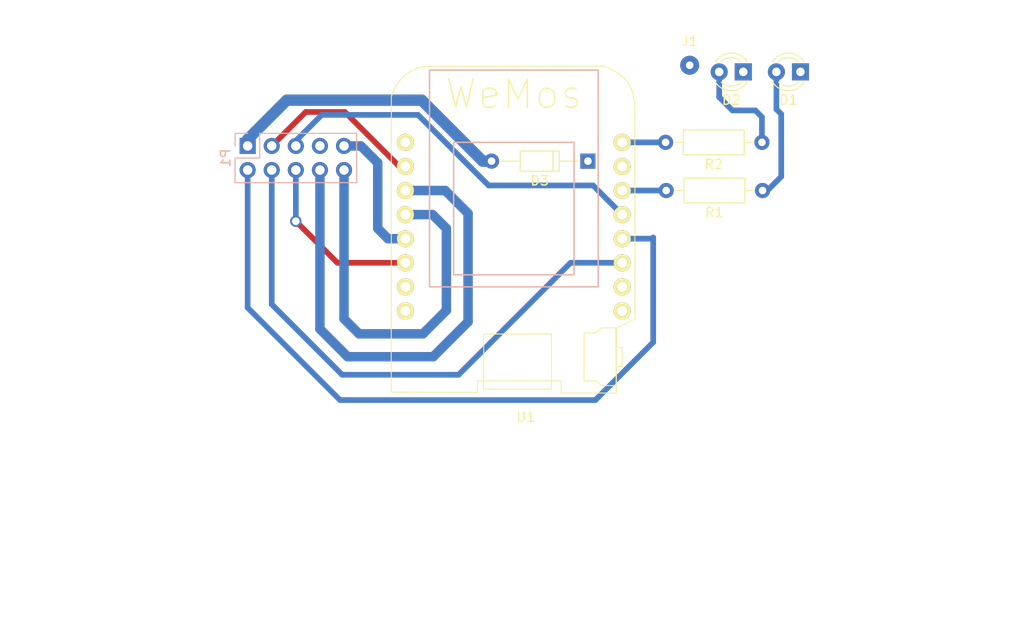
<source format=kicad_pcb>
(kicad_pcb (version 4) (host pcbnew 4.0.7-e2-6376~61~ubuntu18.04.1)

  (general
    (links 18)
    (no_connects 5)
    (area 50.524999 46.777 133.455001 96.339)
    (thickness 1.6)
    (drawings 3)
    (tracks 66)
    (zones 0)
    (modules 8)
    (nets 20)
  )

  (page A4)
  (title_block
    (title "Medidor de pulsos")
    (date 2018-02-14)
    (rev 1)
  )

  (layers
    (0 F.Cu signal)
    (31 B.Cu signal)
    (32 B.Adhes user)
    (33 F.Adhes user)
    (34 B.Paste user)
    (35 F.Paste user)
    (36 B.SilkS user)
    (37 F.SilkS user)
    (38 B.Mask user)
    (39 F.Mask user)
    (40 Dwgs.User user)
    (41 Cmts.User user)
    (42 Eco1.User user)
    (43 Eco2.User user)
    (44 Edge.Cuts user)
    (45 Margin user)
    (46 B.CrtYd user)
    (47 F.CrtYd user)
    (48 B.Fab user)
    (49 F.Fab user)
  )

  (setup
    (last_trace_width 0.6)
    (user_trace_width 0.1)
    (user_trace_width 0.2)
    (user_trace_width 0.3)
    (user_trace_width 0.4)
    (user_trace_width 0.6)
    (user_trace_width 0.8)
    (user_trace_width 1)
    (user_trace_width 1.2)
    (trace_clearance 0.2)
    (zone_clearance 0.508)
    (zone_45_only yes)
    (trace_min 0.1)
    (segment_width 0.2)
    (edge_width 0.15)
    (via_size 1.2)
    (via_drill 0.8)
    (via_min_size 1.2)
    (via_min_drill 0.8)
    (user_via 1.2 0.8)
    (uvia_size 1.2)
    (uvia_drill 0.8)
    (uvias_allowed no)
    (uvia_min_size 0.2)
    (uvia_min_drill 0.1)
    (pcb_text_width 0.3)
    (pcb_text_size 1.5 1.5)
    (mod_edge_width 0.15)
    (mod_text_size 1 1)
    (mod_text_width 0.15)
    (pad_size 2.5 2.5)
    (pad_drill 1)
    (pad_to_mask_clearance 0.2)
    (aux_axis_origin 0 0)
    (grid_origin 67.31 121.92)
    (visible_elements FFFFDFFF)
    (pcbplotparams
      (layerselection 0x290e0_80000001)
      (usegerberextensions false)
      (excludeedgelayer true)
      (linewidth 0.100000)
      (plotframeref false)
      (viasonmask false)
      (mode 1)
      (useauxorigin true)
      (hpglpennumber 1)
      (hpglpenspeed 20)
      (hpglpendiameter 15)
      (hpglpenoverlay 2)
      (psnegative false)
      (psa4output false)
      (plotreference true)
      (plotvalue true)
      (plotinvisibletext false)
      (padsonsilk false)
      (subtractmaskfromsilk false)
      (outputformat 1)
      (mirror false)
      (drillshape 0)
      (scaleselection 1)
      (outputdirectory /home/onsar/onsar_git/iotlibre/EcoModbus/ecomodbus_hardware/PCB/gerber/))
  )

  (net 0 "")
  (net 1 GND)
  (net 2 "Net-(D1-Pad2)")
  (net 3 "Net-(D2-Pad2)")
  (net 4 /vin_5v)
  (net 5 /vcc_5v)
  (net 6 /esp_d2)
  (net 7 /esp_d8)
  (net 8 /esp_d1)
  (net 9 /esp_d3)
  (net 10 /esp_d0)
  (net 11 /mosi)
  (net 12 /sck)
  (net 13 /miso)
  (net 14 /esp_d4)
  (net 15 "Net-(U1-Pad8)")
  (net 16 "Net-(U1-Pad2)")
  (net 17 "Net-(U1-Pad1)")
  (net 18 "Net-(U1-Pad16)")
  (net 19 "Net-(U1-Pad15)")

  (net_class Default "This is the default net class."
    (clearance 0.2)
    (trace_width 0.8)
    (via_dia 1.2)
    (via_drill 0.8)
    (uvia_dia 1.2)
    (uvia_drill 0.8)
    (add_net /esp_d0)
    (add_net /esp_d1)
    (add_net /esp_d2)
    (add_net /esp_d3)
    (add_net /esp_d4)
    (add_net /esp_d8)
    (add_net /miso)
    (add_net /mosi)
    (add_net /sck)
    (add_net /vcc_5v)
    (add_net /vin_5v)
    (add_net GND)
    (add_net "Net-(D1-Pad2)")
    (add_net "Net-(D2-Pad2)")
    (add_net "Net-(U1-Pad1)")
    (add_net "Net-(U1-Pad15)")
    (add_net "Net-(U1-Pad16)")
    (add_net "Net-(U1-Pad2)")
    (add_net "Net-(U1-Pad8)")
  )

  (net_class smd ""
    (clearance 0.2)
    (trace_width 0.4)
    (via_dia 1.2)
    (via_drill 0.8)
    (uvia_dia 1.2)
    (uvia_drill 0.8)
  )

  (module LEDs:LED_D3.0mm (layer F.Cu) (tedit 587A3A7B) (tstamp 5D7CB22B)
    (at 108.6485 53.1495 180)
    (descr "LED, diameter 3.0mm, 2 pins")
    (tags "LED diameter 3.0mm 2 pins")
    (path /5A83FD4B)
    (fp_text reference D1 (at 1.27 -2.96 180) (layer F.SilkS)
      (effects (font (size 1 1) (thickness 0.15)))
    )
    (fp_text value LED (at 1.27 2.96 180) (layer F.Fab)
      (effects (font (size 1 1) (thickness 0.15)))
    )
    (fp_arc (start 1.27 0) (end -0.23 -1.16619) (angle 284.3) (layer F.Fab) (width 0.1))
    (fp_arc (start 1.27 0) (end -0.29 -1.235516) (angle 108.8) (layer F.SilkS) (width 0.12))
    (fp_arc (start 1.27 0) (end -0.29 1.235516) (angle -108.8) (layer F.SilkS) (width 0.12))
    (fp_arc (start 1.27 0) (end 0.229039 -1.08) (angle 87.9) (layer F.SilkS) (width 0.12))
    (fp_arc (start 1.27 0) (end 0.229039 1.08) (angle -87.9) (layer F.SilkS) (width 0.12))
    (fp_circle (center 1.27 0) (end 2.77 0) (layer F.Fab) (width 0.1))
    (fp_line (start -0.23 -1.16619) (end -0.23 1.16619) (layer F.Fab) (width 0.1))
    (fp_line (start -0.29 -1.236) (end -0.29 -1.08) (layer F.SilkS) (width 0.12))
    (fp_line (start -0.29 1.08) (end -0.29 1.236) (layer F.SilkS) (width 0.12))
    (fp_line (start -1.15 -2.25) (end -1.15 2.25) (layer F.CrtYd) (width 0.05))
    (fp_line (start -1.15 2.25) (end 3.7 2.25) (layer F.CrtYd) (width 0.05))
    (fp_line (start 3.7 2.25) (end 3.7 -2.25) (layer F.CrtYd) (width 0.05))
    (fp_line (start 3.7 -2.25) (end -1.15 -2.25) (layer F.CrtYd) (width 0.05))
    (pad 1 thru_hole rect (at 0 0 180) (size 1.8 1.8) (drill 0.9) (layers *.Cu *.Mask)
      (net 1 GND))
    (pad 2 thru_hole circle (at 2.54 0 180) (size 1.8 1.8) (drill 0.9) (layers *.Cu *.Mask)
      (net 2 "Net-(D1-Pad2)"))
    (model ${KISYS3DMOD}/LEDs.3dshapes/LED_D3.0mm.wrl
      (at (xyz 0 0 0))
      (scale (xyz 0.393701 0.393701 0.393701))
      (rotate (xyz 0 0 0))
    )
  )

  (module LEDs:LED_D3.0mm (layer F.Cu) (tedit 587A3A7B) (tstamp 5D7CB231)
    (at 102.616 53.1495 180)
    (descr "LED, diameter 3.0mm, 2 pins")
    (tags "LED diameter 3.0mm 2 pins")
    (path /5A83FF0F)
    (fp_text reference D2 (at 1.27 -2.96 180) (layer F.SilkS)
      (effects (font (size 1 1) (thickness 0.15)))
    )
    (fp_text value LED (at 1.27 2.96 180) (layer F.Fab)
      (effects (font (size 1 1) (thickness 0.15)))
    )
    (fp_arc (start 1.27 0) (end -0.23 -1.16619) (angle 284.3) (layer F.Fab) (width 0.1))
    (fp_arc (start 1.27 0) (end -0.29 -1.235516) (angle 108.8) (layer F.SilkS) (width 0.12))
    (fp_arc (start 1.27 0) (end -0.29 1.235516) (angle -108.8) (layer F.SilkS) (width 0.12))
    (fp_arc (start 1.27 0) (end 0.229039 -1.08) (angle 87.9) (layer F.SilkS) (width 0.12))
    (fp_arc (start 1.27 0) (end 0.229039 1.08) (angle -87.9) (layer F.SilkS) (width 0.12))
    (fp_circle (center 1.27 0) (end 2.77 0) (layer F.Fab) (width 0.1))
    (fp_line (start -0.23 -1.16619) (end -0.23 1.16619) (layer F.Fab) (width 0.1))
    (fp_line (start -0.29 -1.236) (end -0.29 -1.08) (layer F.SilkS) (width 0.12))
    (fp_line (start -0.29 1.08) (end -0.29 1.236) (layer F.SilkS) (width 0.12))
    (fp_line (start -1.15 -2.25) (end -1.15 2.25) (layer F.CrtYd) (width 0.05))
    (fp_line (start -1.15 2.25) (end 3.7 2.25) (layer F.CrtYd) (width 0.05))
    (fp_line (start 3.7 2.25) (end 3.7 -2.25) (layer F.CrtYd) (width 0.05))
    (fp_line (start 3.7 -2.25) (end -1.15 -2.25) (layer F.CrtYd) (width 0.05))
    (pad 1 thru_hole rect (at 0 0 180) (size 1.8 1.8) (drill 0.9) (layers *.Cu *.Mask)
      (net 1 GND))
    (pad 2 thru_hole circle (at 2.54 0 180) (size 1.8 1.8) (drill 0.9) (layers *.Cu *.Mask)
      (net 3 "Net-(D2-Pad2)"))
    (model ${KISYS3DMOD}/LEDs.3dshapes/LED_D3.0mm.wrl
      (at (xyz 0 0 0))
      (scale (xyz 0.393701 0.393701 0.393701))
      (rotate (xyz 0 0 0))
    )
  )

  (module Diodes_THT:D_DO-35_SOD27_P10.16mm_Horizontal (layer F.Cu) (tedit 5921392E) (tstamp 5D7CB237)
    (at 86.233 62.5602 180)
    (descr "D, DO-35_SOD27 series, Axial, Horizontal, pin pitch=10.16mm, , length*diameter=4*2mm^2, , http://www.diodes.com/_files/packages/DO-35.pdf")
    (tags "D DO-35_SOD27 series Axial Horizontal pin pitch 10.16mm  length 4mm diameter 2mm")
    (path /5D7CA61B)
    (fp_text reference D3 (at 5.08 -2.06 180) (layer F.SilkS)
      (effects (font (size 1 1) (thickness 0.15)))
    )
    (fp_text value Schottky (at 5.08 2.06 180) (layer F.Fab)
      (effects (font (size 1 1) (thickness 0.15)))
    )
    (fp_text user %R (at 5.08 0 180) (layer F.Fab)
      (effects (font (size 1 1) (thickness 0.15)))
    )
    (fp_line (start 3.08 -1) (end 3.08 1) (layer F.Fab) (width 0.1))
    (fp_line (start 3.08 1) (end 7.08 1) (layer F.Fab) (width 0.1))
    (fp_line (start 7.08 1) (end 7.08 -1) (layer F.Fab) (width 0.1))
    (fp_line (start 7.08 -1) (end 3.08 -1) (layer F.Fab) (width 0.1))
    (fp_line (start 0 0) (end 3.08 0) (layer F.Fab) (width 0.1))
    (fp_line (start 10.16 0) (end 7.08 0) (layer F.Fab) (width 0.1))
    (fp_line (start 3.68 -1) (end 3.68 1) (layer F.Fab) (width 0.1))
    (fp_line (start 3.02 -1.06) (end 3.02 1.06) (layer F.SilkS) (width 0.12))
    (fp_line (start 3.02 1.06) (end 7.14 1.06) (layer F.SilkS) (width 0.12))
    (fp_line (start 7.14 1.06) (end 7.14 -1.06) (layer F.SilkS) (width 0.12))
    (fp_line (start 7.14 -1.06) (end 3.02 -1.06) (layer F.SilkS) (width 0.12))
    (fp_line (start 0.98 0) (end 3.02 0) (layer F.SilkS) (width 0.12))
    (fp_line (start 9.18 0) (end 7.14 0) (layer F.SilkS) (width 0.12))
    (fp_line (start 3.68 -1.06) (end 3.68 1.06) (layer F.SilkS) (width 0.12))
    (fp_line (start -1.05 -1.35) (end -1.05 1.35) (layer F.CrtYd) (width 0.05))
    (fp_line (start -1.05 1.35) (end 11.25 1.35) (layer F.CrtYd) (width 0.05))
    (fp_line (start 11.25 1.35) (end 11.25 -1.35) (layer F.CrtYd) (width 0.05))
    (fp_line (start 11.25 -1.35) (end -1.05 -1.35) (layer F.CrtYd) (width 0.05))
    (pad 1 thru_hole rect (at 0 0 180) (size 1.6 1.6) (drill 0.8) (layers *.Cu *.Mask)
      (net 4 /vin_5v))
    (pad 2 thru_hole oval (at 10.16 0 180) (size 1.6 1.6) (drill 0.8) (layers *.Cu *.Mask)
      (net 5 /vcc_5v))
    (model ${KISYS3DMOD}/Diodes_THT.3dshapes/D_DO-35_SOD27_P10.16mm_Horizontal.wrl
      (at (xyz 0 0 0))
      (scale (xyz 0.393701 0.393701 0.393701))
      (rotate (xyz 0 0 0))
    )
  )

  (module Wire_Pads:SolderWirePad_single_0-8mmDrill (layer F.Cu) (tedit 0) (tstamp 5D7CB23C)
    (at 96.9645 52.451)
    (path /5D7CA38F)
    (fp_text reference J1 (at 0 -2.54) (layer F.SilkS)
      (effects (font (size 1 1) (thickness 0.15)))
    )
    (fp_text value Test (at 0 2.54) (layer F.Fab)
      (effects (font (size 1 1) (thickness 0.15)))
    )
    (pad 1 thru_hole circle (at 0 0) (size 1.99898 1.99898) (drill 0.8001) (layers *.Cu *.Mask)
      (net 4 /vin_5v))
  )

  (module oscar_libreria:Pin_Header_Straight_2x05_Pitch2.54mm_onsar (layer B.Cu) (tedit 5D6D6258) (tstamp 5D7CB24A)
    (at 50.3555 60.96 270)
    (descr "Through hole straight pin header, 2x05, 2.54mm pitch, double rows")
    (tags "Through hole pin header THT 2x05 2.54mm double row")
    (path /5D78B836)
    (fp_text reference P1 (at 1.27 2.33 270) (layer B.SilkS)
      (effects (font (size 1 1) (thickness 0.15)) (justify mirror))
    )
    (fp_text value CONN_02X05 (at 4.445 -4.445 540) (layer B.Fab)
      (effects (font (size 1 1) (thickness 0.15)) (justify mirror))
    )
    (fp_line (start 5.715 3.81) (end -3.175 3.81) (layer B.CrtYd) (width 0.15))
    (fp_line (start -3.175 3.81) (end -3.175 -13.97) (layer B.CrtYd) (width 0.15))
    (fp_line (start -3.175 -13.97) (end 5.715 -13.97) (layer B.CrtYd) (width 0.15))
    (fp_line (start 5.715 -13.97) (end 5.715 3.81) (layer B.CrtYd) (width 0.15))
    (fp_line (start 0 1.27) (end 3.81 1.27) (layer B.Fab) (width 0.1))
    (fp_line (start 3.81 1.27) (end 3.81 -11.43) (layer B.Fab) (width 0.1))
    (fp_line (start 3.81 -11.43) (end -1.27 -11.43) (layer B.Fab) (width 0.1))
    (fp_line (start -1.27 -11.43) (end -1.27 0) (layer B.Fab) (width 0.1))
    (fp_line (start -1.27 0) (end 0 1.27) (layer B.Fab) (width 0.1))
    (fp_line (start -1.33 -11.49) (end 3.87 -11.49) (layer B.SilkS) (width 0.12))
    (fp_line (start -1.33 -1.27) (end -1.33 -11.49) (layer B.SilkS) (width 0.12))
    (fp_line (start 3.87 1.33) (end 3.87 -11.49) (layer B.SilkS) (width 0.12))
    (fp_line (start -1.33 -1.27) (end 1.27 -1.27) (layer B.SilkS) (width 0.12))
    (fp_line (start 1.27 -1.27) (end 1.27 1.33) (layer B.SilkS) (width 0.12))
    (fp_line (start 1.27 1.33) (end 3.87 1.33) (layer B.SilkS) (width 0.12))
    (fp_line (start -1.33 0) (end -1.33 1.33) (layer B.SilkS) (width 0.12))
    (fp_line (start -1.33 1.33) (end 0 1.33) (layer B.SilkS) (width 0.12))
    (fp_text user %R (at 1.27 -5.08 540) (layer B.Fab)
      (effects (font (size 1 1) (thickness 0.15)) (justify mirror))
    )
    (pad 1 thru_hole rect (at 0 0 270) (size 1.7 1.7) (drill 1) (layers *.Cu *.Mask)
      (net 5 /vcc_5v))
    (pad 2 thru_hole oval (at 2.54 0 270) (size 1.7 1.7) (drill 1) (layers *.Cu *.Mask)
      (net 6 /esp_d2))
    (pad 3 thru_hole oval (at 0 -2.54 270) (size 1.7 1.7) (drill 1) (layers *.Cu *.Mask)
      (net 7 /esp_d8))
    (pad 4 thru_hole oval (at 2.54 -2.54 270) (size 1.7 1.7) (drill 1) (layers *.Cu *.Mask)
      (net 8 /esp_d1))
    (pad 5 thru_hole oval (at 0 -5.08 270) (size 1.7 1.7) (drill 1) (layers *.Cu *.Mask)
      (net 9 /esp_d3))
    (pad 6 thru_hole oval (at 2.54 -5.08 270) (size 1.7 1.7) (drill 1) (layers *.Cu *.Mask)
      (net 10 /esp_d0))
    (pad 7 thru_hole oval (at 0 -7.62 270) (size 1.7 1.7) (drill 1) (layers *.Cu *.Mask)
      (net 1 GND))
    (pad 8 thru_hole oval (at 2.54 -7.62 270) (size 1.7 1.7) (drill 1) (layers *.Cu *.Mask)
      (net 11 /mosi))
    (pad 9 thru_hole oval (at 0 -10.16 270) (size 1.7 1.7) (drill 1) (layers *.Cu *.Mask)
      (net 12 /sck))
    (pad 10 thru_hole oval (at 2.54 -10.16 270) (size 1.7 1.7) (drill 1) (layers *.Cu *.Mask)
      (net 13 /miso))
    (model ${KISYS3DMOD}/Pin_Headers.3dshapes/Pin_Header_Straight_2x05_Pitch2.54mm.wrl
      (at (xyz 0 0 0))
      (scale (xyz 1 1 1))
      (rotate (xyz 0 0 0))
    )
  )

  (module Resistors_THT:R_Axial_DIN0207_L6.3mm_D2.5mm_P10.16mm_Horizontal (layer F.Cu) (tedit 5874F706) (tstamp 5D7CB250)
    (at 104.648 65.659 180)
    (descr "Resistor, Axial_DIN0207 series, Axial, Horizontal, pin pitch=10.16mm, 0.25W = 1/4W, length*diameter=6.3*2.5mm^2, http://cdn-reichelt.de/documents/datenblatt/B400/1_4W%23YAG.pdf")
    (tags "Resistor Axial_DIN0207 series Axial Horizontal pin pitch 10.16mm 0.25W = 1/4W length 6.3mm diameter 2.5mm")
    (path /5A858C9F)
    (fp_text reference R1 (at 5.08 -2.31 180) (layer F.SilkS)
      (effects (font (size 1 1) (thickness 0.15)))
    )
    (fp_text value 220 (at 5.08 2.31 180) (layer F.Fab)
      (effects (font (size 1 1) (thickness 0.15)))
    )
    (fp_line (start 1.93 -1.25) (end 1.93 1.25) (layer F.Fab) (width 0.1))
    (fp_line (start 1.93 1.25) (end 8.23 1.25) (layer F.Fab) (width 0.1))
    (fp_line (start 8.23 1.25) (end 8.23 -1.25) (layer F.Fab) (width 0.1))
    (fp_line (start 8.23 -1.25) (end 1.93 -1.25) (layer F.Fab) (width 0.1))
    (fp_line (start 0 0) (end 1.93 0) (layer F.Fab) (width 0.1))
    (fp_line (start 10.16 0) (end 8.23 0) (layer F.Fab) (width 0.1))
    (fp_line (start 1.87 -1.31) (end 1.87 1.31) (layer F.SilkS) (width 0.12))
    (fp_line (start 1.87 1.31) (end 8.29 1.31) (layer F.SilkS) (width 0.12))
    (fp_line (start 8.29 1.31) (end 8.29 -1.31) (layer F.SilkS) (width 0.12))
    (fp_line (start 8.29 -1.31) (end 1.87 -1.31) (layer F.SilkS) (width 0.12))
    (fp_line (start 0.98 0) (end 1.87 0) (layer F.SilkS) (width 0.12))
    (fp_line (start 9.18 0) (end 8.29 0) (layer F.SilkS) (width 0.12))
    (fp_line (start -1.05 -1.6) (end -1.05 1.6) (layer F.CrtYd) (width 0.05))
    (fp_line (start -1.05 1.6) (end 11.25 1.6) (layer F.CrtYd) (width 0.05))
    (fp_line (start 11.25 1.6) (end 11.25 -1.6) (layer F.CrtYd) (width 0.05))
    (fp_line (start 11.25 -1.6) (end -1.05 -1.6) (layer F.CrtYd) (width 0.05))
    (pad 1 thru_hole circle (at 0 0 180) (size 1.6 1.6) (drill 0.8) (layers *.Cu *.Mask)
      (net 2 "Net-(D1-Pad2)"))
    (pad 2 thru_hole oval (at 10.16 0 180) (size 1.6 1.6) (drill 0.8) (layers *.Cu *.Mask)
      (net 14 /esp_d4))
    (model ${KISYS3DMOD}/Resistors_THT.3dshapes/R_Axial_DIN0207_L6.3mm_D2.5mm_P10.16mm_Horizontal.wrl
      (at (xyz 0 0 0))
      (scale (xyz 0.393701 0.393701 0.393701))
      (rotate (xyz 0 0 0))
    )
  )

  (module Resistors_THT:R_Axial_DIN0207_L6.3mm_D2.5mm_P10.16mm_Horizontal (layer F.Cu) (tedit 5874F706) (tstamp 5D7CB256)
    (at 104.5845 60.579 180)
    (descr "Resistor, Axial_DIN0207 series, Axial, Horizontal, pin pitch=10.16mm, 0.25W = 1/4W, length*diameter=6.3*2.5mm^2, http://cdn-reichelt.de/documents/datenblatt/B400/1_4W%23YAG.pdf")
    (tags "Resistor Axial_DIN0207 series Axial Horizontal pin pitch 10.16mm 0.25W = 1/4W length 6.3mm diameter 2.5mm")
    (path /5A858B7F)
    (fp_text reference R2 (at 5.08 -2.31 180) (layer F.SilkS)
      (effects (font (size 1 1) (thickness 0.15)))
    )
    (fp_text value 220 (at 5.08 2.31 180) (layer F.Fab)
      (effects (font (size 1 1) (thickness 0.15)))
    )
    (fp_line (start 1.93 -1.25) (end 1.93 1.25) (layer F.Fab) (width 0.1))
    (fp_line (start 1.93 1.25) (end 8.23 1.25) (layer F.Fab) (width 0.1))
    (fp_line (start 8.23 1.25) (end 8.23 -1.25) (layer F.Fab) (width 0.1))
    (fp_line (start 8.23 -1.25) (end 1.93 -1.25) (layer F.Fab) (width 0.1))
    (fp_line (start 0 0) (end 1.93 0) (layer F.Fab) (width 0.1))
    (fp_line (start 10.16 0) (end 8.23 0) (layer F.Fab) (width 0.1))
    (fp_line (start 1.87 -1.31) (end 1.87 1.31) (layer F.SilkS) (width 0.12))
    (fp_line (start 1.87 1.31) (end 8.29 1.31) (layer F.SilkS) (width 0.12))
    (fp_line (start 8.29 1.31) (end 8.29 -1.31) (layer F.SilkS) (width 0.12))
    (fp_line (start 8.29 -1.31) (end 1.87 -1.31) (layer F.SilkS) (width 0.12))
    (fp_line (start 0.98 0) (end 1.87 0) (layer F.SilkS) (width 0.12))
    (fp_line (start 9.18 0) (end 8.29 0) (layer F.SilkS) (width 0.12))
    (fp_line (start -1.05 -1.6) (end -1.05 1.6) (layer F.CrtYd) (width 0.05))
    (fp_line (start -1.05 1.6) (end 11.25 1.6) (layer F.CrtYd) (width 0.05))
    (fp_line (start 11.25 1.6) (end 11.25 -1.6) (layer F.CrtYd) (width 0.05))
    (fp_line (start 11.25 -1.6) (end -1.05 -1.6) (layer F.CrtYd) (width 0.05))
    (pad 1 thru_hole circle (at 0 0 180) (size 1.6 1.6) (drill 0.8) (layers *.Cu *.Mask)
      (net 3 "Net-(D2-Pad2)"))
    (pad 2 thru_hole oval (at 10.16 0 180) (size 1.6 1.6) (drill 0.8) (layers *.Cu *.Mask)
      (net 4 /vin_5v))
    (model ${KISYS3DMOD}/Resistors_THT.3dshapes/R_Axial_DIN0207_L6.3mm_D2.5mm_P10.16mm_Horizontal.wrl
      (at (xyz 0 0 0))
      (scale (xyz 0.393701 0.393701 0.393701))
      (rotate (xyz 0 0 0))
    )
  )

  (module wemos_d1_mini:D1_mini_board (layer F.Cu) (tedit 5766F65E) (tstamp 5D7CB26A)
    (at 78.4225 70.739)
    (path /5ABA378E)
    (fp_text reference U1 (at 1.27 18.81) (layer F.SilkS)
      (effects (font (size 1 1) (thickness 0.15)))
    )
    (fp_text value WeMos_mini (at 1.27 -19.05) (layer F.Fab)
      (effects (font (size 1 1) (thickness 0.15)))
    )
    (fp_text user WeMos (at 0 -15.24) (layer F.SilkS)
      (effects (font (size 3 3) (thickness 0.15)))
    )
    (fp_line (start -6.35 3.81) (end -6.35 -10.16) (layer B.SilkS) (width 0.15))
    (fp_line (start -6.35 -10.16) (end 6.35 -10.16) (layer B.SilkS) (width 0.15))
    (fp_line (start 6.35 -10.16) (end 6.35 3.81) (layer B.SilkS) (width 0.15))
    (fp_line (start 6.35 3.81) (end -6.35 3.81) (layer B.SilkS) (width 0.15))
    (fp_line (start -8.89 5.08) (end 8.89 5.08) (layer B.SilkS) (width 0.15))
    (fp_line (start 8.89 5.08) (end 8.89 -17.78) (layer B.SilkS) (width 0.15))
    (fp_line (start 8.89 -17.78) (end -8.89 -17.78) (layer B.SilkS) (width 0.15))
    (fp_line (start -8.89 -17.78) (end -8.89 5.08) (layer B.SilkS) (width 0.15))
    (fp_line (start 10.817472 16.277228) (end 5.00618 16.277228) (layer F.SilkS) (width 0.1))
    (fp_line (start 5.00618 16.277228) (end 4.979849 14.993795) (layer F.SilkS) (width 0.1))
    (fp_line (start 4.979849 14.993795) (end -3.851373 15.000483) (layer F.SilkS) (width 0.1))
    (fp_line (start -3.851373 15.000483) (end -3.849397 16.202736) (layer F.SilkS) (width 0.1))
    (fp_line (start -3.849397 16.202736) (end -12.930193 16.176658) (layer F.SilkS) (width 0.1))
    (fp_line (start -12.930193 16.176658) (end -12.916195 -14.993493) (layer F.SilkS) (width 0.1))
    (fp_line (start -12.916195 -14.993493) (end -12.683384 -15.596286) (layer F.SilkS) (width 0.1))
    (fp_line (start -12.683384 -15.596286) (end -12.399901 -16.141167) (layer F.SilkS) (width 0.1))
    (fp_line (start -12.399901 -16.141167) (end -12.065253 -16.627577) (layer F.SilkS) (width 0.1))
    (fp_line (start -12.065253 -16.627577) (end -11.678953 -17.054952) (layer F.SilkS) (width 0.1))
    (fp_line (start -11.678953 -17.054952) (end -11.240512 -17.422741) (layer F.SilkS) (width 0.1))
    (fp_line (start -11.240512 -17.422741) (end -10.74944 -17.730377) (layer F.SilkS) (width 0.1))
    (fp_line (start -10.74944 -17.730377) (end -10.20525 -17.97731) (layer F.SilkS) (width 0.1))
    (fp_line (start -10.20525 -17.97731) (end -9.607453 -18.162976) (layer F.SilkS) (width 0.1))
    (fp_line (start -9.607453 -18.162976) (end 9.43046 -18.191734) (layer F.SilkS) (width 0.1))
    (fp_line (start 9.43046 -18.191734) (end 10.049824 -17.957741) (layer F.SilkS) (width 0.1))
    (fp_line (start 10.049824 -17.957741) (end 10.638018 -17.673258) (layer F.SilkS) (width 0.1))
    (fp_line (start 10.638018 -17.673258) (end 11.181445 -17.323743) (layer F.SilkS) (width 0.1))
    (fp_line (start 11.181445 -17.323743) (end 11.666503 -16.894658) (layer F.SilkS) (width 0.1))
    (fp_line (start 11.666503 -16.894658) (end 12.079595 -16.37146) (layer F.SilkS) (width 0.1))
    (fp_line (start 12.079595 -16.37146) (end 12.407122 -15.739613) (layer F.SilkS) (width 0.1))
    (fp_line (start 12.407122 -15.739613) (end 12.635482 -14.984575) (layer F.SilkS) (width 0.1))
    (fp_line (start 12.635482 -14.984575) (end 12.751078 -14.091807) (layer F.SilkS) (width 0.1))
    (fp_line (start 12.751078 -14.091807) (end 12.776026 8.463285) (layer F.SilkS) (width 0.1))
    (fp_line (start 12.776026 8.463285) (end 10.83248 9.424181) (layer F.SilkS) (width 0.1))
    (fp_line (start 10.83248 9.424181) (end 10.802686 16.232524) (layer F.SilkS) (width 0.1))
    (fp_line (start -3.17965 10.051451) (end 3.959931 10.051451) (layer F.SilkS) (width 0.1))
    (fp_line (start 3.959931 10.051451) (end 3.959931 15.865188) (layer F.SilkS) (width 0.1))
    (fp_line (start 3.959931 15.865188) (end -3.17965 15.865188) (layer F.SilkS) (width 0.1))
    (fp_line (start -3.17965 15.865188) (end -3.17965 10.051451) (layer F.SilkS) (width 0.1))
    (fp_line (start 10.7436 9.402349) (end 9.191378 9.402349) (layer F.SilkS) (width 0.1))
    (fp_line (start 9.191378 9.402349) (end 8.662211 9.931515) (layer F.SilkS) (width 0.1))
    (fp_line (start 8.662211 9.931515) (end 7.40985 9.931515) (layer F.SilkS) (width 0.1))
    (fp_line (start 7.40985 9.931515) (end 7.40985 14.993876) (layer F.SilkS) (width 0.1))
    (fp_line (start 7.40985 14.993876) (end 8.697489 14.993876) (layer F.SilkS) (width 0.1))
    (fp_line (start 8.697489 14.993876) (end 9.226656 15.487765) (layer F.SilkS) (width 0.1))
    (fp_line (start 9.226656 15.487765) (end 10.796517 15.487765) (layer F.SilkS) (width 0.1))
    (fp_line (start 10.796517 15.487765) (end 10.7436 9.402349) (layer F.SilkS) (width 0.1))
    (fp_line (start 10.778878 11.483738) (end 11.431517 11.483738) (layer F.SilkS) (width 0.1))
    (fp_line (start 11.431517 11.483738) (end 11.431517 13.476932) (layer F.SilkS) (width 0.1))
    (fp_line (start 11.431517 13.476932) (end 10.814156 13.476932) (layer F.SilkS) (width 0.1))
    (pad 8 thru_hole circle (at -11.43 -10.16) (size 1.8 1.8) (drill 1.016) (layers *.Cu *.Mask F.SilkS)
      (net 15 "Net-(U1-Pad8)"))
    (pad 7 thru_hole circle (at -11.43 -7.62) (size 1.8 1.8) (drill 1.016) (layers *.Cu *.Mask F.SilkS)
      (net 7 /esp_d8))
    (pad 6 thru_hole circle (at -11.43 -5.08) (size 1.8 1.8) (drill 1.016) (layers *.Cu *.Mask F.SilkS)
      (net 11 /mosi))
    (pad 5 thru_hole circle (at -11.43 -2.54) (size 1.8 1.8) (drill 1.016) (layers *.Cu *.Mask F.SilkS)
      (net 13 /miso))
    (pad 4 thru_hole circle (at -11.43 0) (size 1.8 1.8) (drill 1.016) (layers *.Cu *.Mask F.SilkS)
      (net 12 /sck))
    (pad 3 thru_hole circle (at -11.43 2.54) (size 1.8 1.8) (drill 1.016) (layers *.Cu *.Mask F.SilkS)
      (net 10 /esp_d0))
    (pad 2 thru_hole circle (at -11.43 5.08) (size 1.8 1.8) (drill 1.016) (layers *.Cu *.Mask F.SilkS)
      (net 16 "Net-(U1-Pad2)"))
    (pad 1 thru_hole circle (at -11.43 7.62) (size 1.8 1.8) (drill 1.016) (layers *.Cu *.Mask F.SilkS)
      (net 17 "Net-(U1-Pad1)"))
    (pad 16 thru_hole circle (at 11.43 7.62) (size 1.8 1.8) (drill 1.016) (layers *.Cu *.Mask F.SilkS)
      (net 18 "Net-(U1-Pad16)"))
    (pad 15 thru_hole circle (at 11.43 5.08) (size 1.8 1.8) (drill 1.016) (layers *.Cu *.Mask F.SilkS)
      (net 19 "Net-(U1-Pad15)"))
    (pad 14 thru_hole circle (at 11.43 2.54) (size 1.8 1.8) (drill 1.016) (layers *.Cu *.Mask F.SilkS)
      (net 8 /esp_d1))
    (pad 13 thru_hole circle (at 11.43 0) (size 1.8 1.8) (drill 1.016) (layers *.Cu *.Mask F.SilkS)
      (net 6 /esp_d2))
    (pad 12 thru_hole circle (at 11.43 -2.54) (size 1.8 1.8) (drill 1.016) (layers *.Cu *.Mask F.SilkS)
      (net 9 /esp_d3))
    (pad 11 thru_hole circle (at 11.43 -5.08) (size 1.8 1.8) (drill 1.016) (layers *.Cu *.Mask F.SilkS)
      (net 14 /esp_d4))
    (pad 10 thru_hole circle (at 11.43 -7.62) (size 1.8 1.8) (drill 1.016) (layers *.Cu *.Mask F.SilkS)
      (net 1 GND))
    (pad 9 thru_hole circle (at 11.43 -10.16) (size 1.8 1.8) (drill 1.016) (layers *.Cu *.Mask F.SilkS)
      (net 4 /vin_5v))
  )

  (dimension 33.65506 (width 0.3) (layer Dwgs.User)
    (gr_text "33,655 mm" (at 62.144281 102.619245 0.1081051161) (layer Dwgs.User)
      (effects (font (size 1.5 1.5) (thickness 0.3)))
    )
    (feature1 (pts (xy 78.867 47.0535) (xy 78.974328 103.937493)))
    (feature2 (pts (xy 45.212 47.117) (xy 45.319328 104.000993)))
    (crossbar (pts (xy 45.314234 101.300998) (xy 78.969234 101.237498)))
    (arrow1a (pts (xy 78.969234 101.237498) (xy 77.843839 101.826043)))
    (arrow1b (pts (xy 78.969234 101.237498) (xy 77.841626 100.653204)))
    (arrow2a (pts (xy 45.314234 101.300998) (xy 46.441842 101.885292)))
    (arrow2b (pts (xy 45.314234 101.300998) (xy 46.439629 100.712453)))
  )
  (dimension 67.31 (width 0.3) (layer Dwgs.User)
    (gr_text "67,310 mm" (at 78.867 112.5385) (layer Dwgs.User)
      (effects (font (size 1.5 1.5) (thickness 0.3)))
    )
    (feature1 (pts (xy 112.522 45.72) (xy 112.522 113.8885)))
    (feature2 (pts (xy 45.212 45.72) (xy 45.212 113.8885)))
    (crossbar (pts (xy 45.212 111.1885) (xy 112.522 111.1885)))
    (arrow1a (pts (xy 112.522 111.1885) (xy 111.395496 111.774921)))
    (arrow1b (pts (xy 112.522 111.1885) (xy 111.395496 110.602079)))
    (arrow2a (pts (xy 45.212 111.1885) (xy 46.338504 111.774921)))
    (arrow2b (pts (xy 45.212 111.1885) (xy 46.338504 110.602079)))
  )
  (dimension 41.91 (width 0.3) (layer Dwgs.User)
    (gr_text "41,910 mm" (at 30.527 68.961 270) (layer Dwgs.User)
      (effects (font (size 1.5 1.5) (thickness 0.3)))
    )
    (feature1 (pts (xy 132.08 89.916) (xy 29.177 89.916)))
    (feature2 (pts (xy 132.08 48.006) (xy 29.177 48.006)))
    (crossbar (pts (xy 31.877 48.006) (xy 31.877 89.916)))
    (arrow1a (pts (xy 31.877 89.916) (xy 31.290579 88.789496)))
    (arrow1b (pts (xy 31.877 89.916) (xy 32.463421 88.789496)))
    (arrow2a (pts (xy 31.877 48.006) (xy 31.290579 49.132504)))
    (arrow2b (pts (xy 31.877 48.006) (xy 32.463421 49.132504)))
  )

  (segment (start 104.648 65.659) (end 105.156 65.659) (width 0.6) (layer B.Cu) (net 2))
  (segment (start 105.156 65.659) (end 106.6165 64.1985) (width 0.6) (layer B.Cu) (net 2) (tstamp 5D7E22EB))
  (segment (start 106.6165 64.1985) (end 106.6165 57.5945) (width 0.6) (layer B.Cu) (net 2) (tstamp 5D7E22ED))
  (segment (start 106.6165 57.5945) (end 106.1085 57.0865) (width 0.6) (layer B.Cu) (net 2) (tstamp 5D7E22EE))
  (segment (start 106.1085 57.0865) (end 106.1085 53.1495) (width 0.6) (layer B.Cu) (net 2) (tstamp 5D7E22EF))
  (segment (start 104.5845 60.579) (end 104.5845 57.912) (width 0.6) (layer B.Cu) (net 3))
  (segment (start 100.076 55.8165) (end 100.076 53.1495) (width 0.6) (layer B.Cu) (net 3) (tstamp 5D7E22E8))
  (segment (start 101.473 57.2135) (end 100.076 55.8165) (width 0.6) (layer B.Cu) (net 3) (tstamp 5D7E22E7))
  (segment (start 103.886 57.2135) (end 101.473 57.2135) (width 0.6) (layer B.Cu) (net 3) (tstamp 5D7E22E3))
  (segment (start 104.5845 57.912) (end 103.886 57.2135) (width 0.6) (layer B.Cu) (net 3) (tstamp 5D7E22E2))
  (segment (start 89.8525 60.579) (end 94.4245 60.579) (width 0.6) (layer B.Cu) (net 4))
  (segment (start 76.073 62.5602) (end 75.1332 62.5602) (width 1.2) (layer B.Cu) (net 5) (status 400000))
  (segment (start 54.483 56.134) (end 50.3555 60.2615) (width 1.2) (layer B.Cu) (net 5) (tstamp 5D7E27B2) (status 800000))
  (segment (start 68.707 56.134) (end 54.483 56.134) (width 1.2) (layer B.Cu) (net 5) (tstamp 5D7E27AF))
  (segment (start 75.1332 62.5602) (end 68.707 56.134) (width 1.2) (layer B.Cu) (net 5) (tstamp 5D7E27AB))
  (segment (start 50.3555 60.2615) (end 50.3555 60.96) (width 1.2) (layer B.Cu) (net 5) (tstamp 5D7E27B4) (status C00000))
  (segment (start 50.3555 60.96) (end 50.3555 60.706) (width 1) (layer B.Cu) (net 5))
  (segment (start 50.3555 63.5) (end 50.3555 78.0161) (width 0.6) (layer B.Cu) (net 6) (status 400000))
  (segment (start 92.9894 70.739) (end 89.8525 70.739) (width 0.6) (layer B.Cu) (net 6) (tstamp 5D7E2819) (status 800000))
  (segment (start 93.1164 70.612) (end 92.9894 70.739) (width 0.6) (layer B.Cu) (net 6) (tstamp 5D7E2818))
  (segment (start 93.1164 81.661) (end 93.1164 70.612) (width 0.6) (layer B.Cu) (net 6) (tstamp 5D7E2816))
  (segment (start 87.0204 87.757) (end 93.1164 81.661) (width 0.6) (layer B.Cu) (net 6) (tstamp 5D7E2814))
  (segment (start 60.0964 87.757) (end 87.0204 87.757) (width 0.6) (layer B.Cu) (net 6) (tstamp 5D7E2812))
  (segment (start 50.3555 78.0161) (end 60.0964 87.757) (width 0.6) (layer B.Cu) (net 6) (tstamp 5D7E280F))
  (segment (start 66.9925 63.119) (end 66.3448 63.119) (width 0.6) (layer F.Cu) (net 7) (status C00000))
  (segment (start 66.3448 63.119) (end 60.6044 57.3786) (width 0.6) (layer F.Cu) (net 7) (tstamp 5D7E283D) (status 400000))
  (segment (start 56.4769 57.3786) (end 52.8955 60.96) (width 0.6) (layer F.Cu) (net 7) (tstamp 5D7E2844) (status 800000))
  (segment (start 60.6044 57.3786) (end 56.4769 57.3786) (width 0.6) (layer F.Cu) (net 7) (tstamp 5D7E2842))
  (segment (start 52.8955 60.96) (end 52.8955 60.452) (width 0.6) (layer B.Cu) (net 7))
  (segment (start 66.9925 63.119) (end 66.802 63.119) (width 0.6) (layer F.Cu) (net 7))
  (segment (start 52.8955 63.5) (end 52.8955 77.6605) (width 0.6) (layer B.Cu) (net 8) (status 400000))
  (segment (start 84.4042 73.279) (end 89.8525 73.279) (width 0.6) (layer B.Cu) (net 8) (tstamp 5D7E280B) (status 800000))
  (segment (start 72.5932 85.09) (end 84.4042 73.279) (width 0.6) (layer B.Cu) (net 8) (tstamp 5D7E2809))
  (segment (start 60.325 85.09) (end 72.5932 85.09) (width 0.6) (layer B.Cu) (net 8) (tstamp 5D7E2807))
  (segment (start 52.8955 77.6605) (end 60.325 85.09) (width 0.6) (layer B.Cu) (net 8) (tstamp 5D7E2801))
  (segment (start 89.027 73.279) (end 89.8525 73.279) (width 0.6) (layer B.Cu) (net 8) (tstamp 5D7E21AE))
  (segment (start 55.4355 60.96) (end 55.4355 60.4139) (width 0.6) (layer B.Cu) (net 9) (status C00000))
  (segment (start 55.4355 60.4139) (end 58.166 57.6834) (width 0.6) (layer B.Cu) (net 9) (tstamp 5D7E27E2) (status 400000))
  (segment (start 58.166 57.6834) (end 68.326 57.6834) (width 0.6) (layer B.Cu) (net 9) (tstamp 5D7E27E5))
  (segment (start 68.326 57.6834) (end 75.7682 65.1256) (width 0.6) (layer B.Cu) (net 9) (tstamp 5D7E27E8))
  (segment (start 75.7682 65.1256) (end 86.7791 65.1256) (width 0.6) (layer B.Cu) (net 9) (tstamp 5D7E27E9))
  (segment (start 86.7791 65.1256) (end 89.8525 68.199) (width 0.6) (layer B.Cu) (net 9) (tstamp 5D7E27F1) (status 800000))
  (segment (start 55.4355 63.5) (end 55.4355 68.8975) (width 0.6) (layer B.Cu) (net 10))
  (segment (start 59.817 73.279) (end 66.9925 73.279) (width 0.6) (layer F.Cu) (net 10) (tstamp 5D7E21E0))
  (segment (start 55.4355 68.8975) (end 59.817 73.279) (width 0.6) (layer F.Cu) (net 10) (tstamp 5D7E21DF))
  (via (at 55.4355 68.8975) (size 1.2) (drill 0.8) (layers F.Cu B.Cu) (net 10))
  (segment (start 57.9755 63.5) (end 57.9755 80.264) (width 1) (layer B.Cu) (net 11))
  (segment (start 71.1835 65.659) (end 66.9925 65.659) (width 1) (layer B.Cu) (net 11) (tstamp 5D7E203D))
  (segment (start 73.5965 68.072) (end 71.1835 65.659) (width 1) (layer B.Cu) (net 11) (tstamp 5D7E203B))
  (segment (start 73.5965 79.502) (end 73.5965 68.072) (width 1) (layer B.Cu) (net 11) (tstamp 5D7E2036))
  (segment (start 69.9135 83.185) (end 73.5965 79.502) (width 1) (layer B.Cu) (net 11) (tstamp 5D7E2033))
  (segment (start 60.8965 83.185) (end 69.9135 83.185) (width 1) (layer B.Cu) (net 11) (tstamp 5D7E2031))
  (segment (start 57.9755 80.264) (end 60.8965 83.185) (width 1) (layer B.Cu) (net 11) (tstamp 5D7E202C))
  (segment (start 60.5155 60.96) (end 62.2935 60.96) (width 1) (layer B.Cu) (net 12))
  (segment (start 65.151 70.739) (end 66.9925 70.739) (width 1) (layer B.Cu) (net 12) (tstamp 5D7E2000))
  (segment (start 64.0715 69.6595) (end 65.151 70.739) (width 1) (layer B.Cu) (net 12) (tstamp 5D7E1FFE))
  (segment (start 64.0715 62.738) (end 64.0715 69.6595) (width 1) (layer B.Cu) (net 12) (tstamp 5D7E1FFB))
  (segment (start 62.2935 60.96) (end 64.0715 62.738) (width 1) (layer B.Cu) (net 12) (tstamp 5D7E1FF8))
  (segment (start 60.5155 63.5) (end 60.5155 79.1845) (width 1) (layer B.Cu) (net 13))
  (segment (start 69.85 68.199) (end 66.9925 68.199) (width 1) (layer B.Cu) (net 13) (tstamp 5D7E201A))
  (segment (start 71.3105 69.6595) (end 69.85 68.199) (width 1) (layer B.Cu) (net 13) (tstamp 5D7E2018))
  (segment (start 71.3105 78.2955) (end 71.3105 69.6595) (width 1) (layer B.Cu) (net 13) (tstamp 5D7E2015))
  (segment (start 68.834 80.772) (end 71.3105 78.2955) (width 1) (layer B.Cu) (net 13) (tstamp 5D7E2014))
  (segment (start 62.103 80.772) (end 68.834 80.772) (width 1) (layer B.Cu) (net 13) (tstamp 5D7E2011))
  (segment (start 60.5155 79.1845) (end 62.103 80.772) (width 1) (layer B.Cu) (net 13) (tstamp 5D7E2006))
  (segment (start 89.8525 65.659) (end 94.488 65.659) (width 0.6) (layer B.Cu) (net 14))

)

</source>
